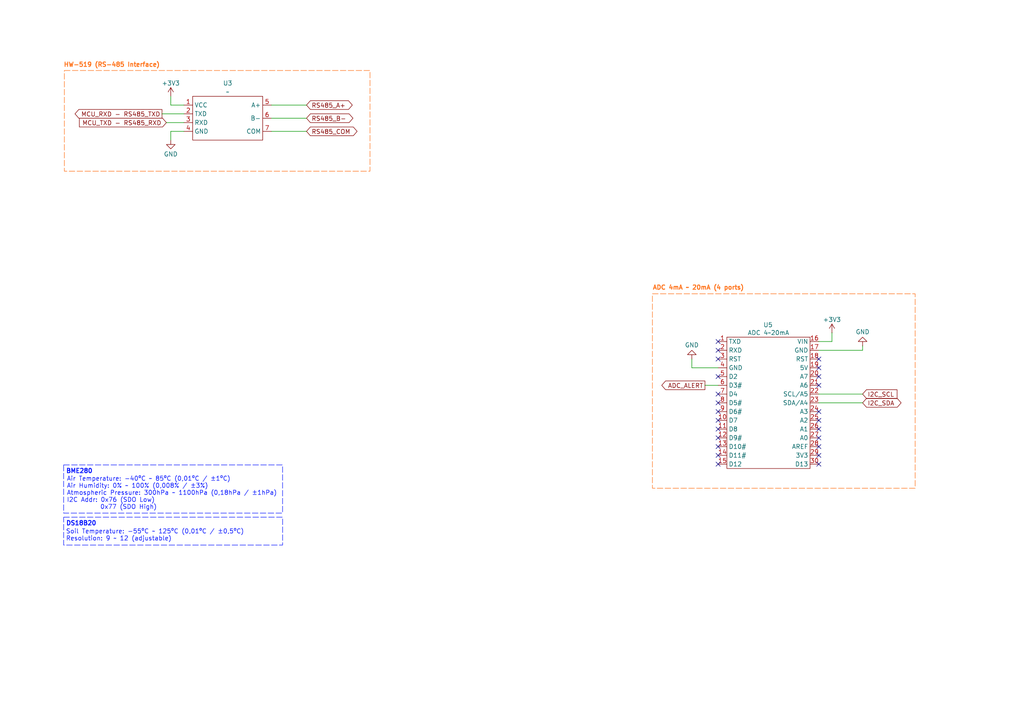
<source format=kicad_sch>
(kicad_sch (version 20231120) (generator "eeschema") (generator_version "8.0")
  (paper "A4")
  (title_block (title "ATL100 (Multiparametric Station) - THT Based") (date "2024-10-25") (rev "v0.1.0-alpha") (company "AgroTechLab (Laboratório de Desenvolvimento de Tecnologias para o Agrongócio)") (comment 1 "IFSC/Lages (Instituto Federal de Santa Catarina)") (comment 2 "Confidential (access prohibited without signing a non-disclosure agreement)") (comment 3 "Author: Robson Costa (robson.costa@ifsc.edu.br)") (comment 4 "Modules"))
  (lib_symbols
    (symbol "AgroTechLab:ADC_4mA_20mA"
      (property "Reference" "U" (at 3.302 3.048 0))
      (symbol "ADC_4mA_20mA_0_1"
        (rectangle (start 2.54 1.27) (end 26.67 -36.83))
      )
      (symbol "ADC_4mA_20mA_1_1"
        (pin output line (at 0 0 0) (length 2.54) (name "TXD") (number "1"))
        (pin bidirectional line (at 0 -22.86 0) (length 2.54) (name "D7") (number "10"))
        (pin bidirectional line (at 0 -25.4 0) (length 2.54) (name "D8") (number "11"))
        (pin bidirectional line (at 0 -27.94 0) (length 2.54) (name "D9#") (number "12"))
        (pin bidirectional line (at 0 -30.48 0) (length 2.54) (name "D10#") (number "13"))
        (pin bidirectional line (at 0 -33.02 0) (length 2.54) (name "D11#") (number "14"))
        (pin bidirectional line (at 0 -35.56 0) (length 2.54) (name "D12") (number "15"))
        (pin power_in line (at 29.21 0 180) (length 2.54) (name "VIN") (number "16"))
        (pin power_in line (at 29.21 -2.54 180) (length 2.54) (name "GND") (number "17"))
        (pin input line (at 29.21 -5.08 180) (length 2.54) (name "RST") (number "18"))
        (pin power_in line (at 29.21 -7.62 180) (length 2.54) (name "5V") (number "19"))
        (pin input line (at 0 -2.54 0) (length 2.54) (name "RXD") (number "2"))
        (pin input line (at 29.21 -10.16 180) (length 2.54) (name "A7") (number "20"))
        (pin input line (at 29.21 -12.7 180) (length 2.54) (name "A6") (number "21"))
        (pin input line (at 29.21 -15.24 180) (length 2.54) (name "SCL/A5") (number "22"))
        (pin input line (at 29.21 -17.78 180) (length 2.54) (name "SDA/A4") (number "23"))
        (pin input line (at 29.21 -20.32 180) (length 2.54) (name "A3") (number "24"))
        (pin input line (at 29.21 -22.86 180) (length 2.54) (name "A2") (number "25"))
        (pin input line (at 29.21 -25.4 180) (length 2.54) (name "A1") (number "26"))
        (pin input line (at 29.21 -27.94 180) (length 2.54) (name "A0") (number "27"))
        (pin input line (at 29.21 -30.48 180) (length 2.54) (name "AREF") (number "28"))
        (pin power_in line (at 29.21 -33.02 180) (length 2.54) (name "3V3") (number "29"))
        (pin input line (at 0 -5.08 0) (length 2.54) (name "RST") (number "3"))
        (pin bidirectional line (at 29.21 -35.56 180) (length 2.54) (name "D13") (number "30"))
        (pin power_in line (at 0 -7.62 0) (length 2.54) (name "GND") (number "4"))
        (pin bidirectional line (at 0 -10.16 0) (length 2.54) (name "D2") (number "5"))
        (pin bidirectional line (at 0 -12.7 0) (length 2.54) (name "D3#") (number "6"))
        (pin bidirectional line (at 0 -15.24 0) (length 2.54) (name "D4") (number "7"))
        (pin bidirectional line (at 0 -17.78 0) (length 2.54) (name "D5#") (number "8"))
        (pin bidirectional line (at 0 -20.32 0) (length 2.54) (name "D6#") (number "9"))
      )
    )
    (symbol "AgroTechLab:RS-485 to TTL Module"
      (property "Reference" "U" (at -9.652 7.366 0))
      (symbol "RS-485 to TTL Module_0_1"
        (rectangle (start -10.16 6.35) (end 10.16 -6.35))
      )
      (symbol "RS-485 to TTL Module_1_1"
        (pin power_in line (at -12.7 3.81 0) (length 2.54) (name "VCC") (number "1"))
        (pin output line (at -12.7 1.27 0) (length 2.54) (name "TXD") (number "2"))
        (pin input line (at -12.7 -1.27 0) (length 2.54) (name "RXD") (number "3"))
        (pin power_in line (at -12.7 -3.81 0) (length 2.54) (name "GND") (number "4"))
        (pin bidirectional line (at 12.7 3.81 180) (length 2.54) (name "A+") (number "5"))
        (pin bidirectional line (at 12.7 0 180) (length 2.54) (name "B-") (number "6"))
        (pin bidirectional line (at 12.7 -3.81 180) (length 2.54) (name "COM") (number "7"))
      )
    )
    (symbol "power:+3V3" (power) (pin_numbers hide) (pin_names (offset 0) hide)
      (property "Value" "+3V3" (at 0 3.556 0))
      (symbol "+3V3_0_1"
        (polyline (pts (xy -0.762 1.27) (xy 0 2.54)))
        (polyline (pts (xy 0 0) (xy 0 2.54)))
        (polyline (pts (xy 0 2.54) (xy 0.762 1.27)))
      )
      (symbol "+3V3_1_1"
        (pin power_in line (at 0 0 90) (length 0) (name "~") (number "1"))
      )
    )
    (symbol "power:GND" (power) (pin_numbers hide) (pin_names (offset 0) hide)
      (property "Value" "GND" (at 0 -3.81 0))
      (symbol "GND_0_1"
        (polyline (pts (xy 0 0) (xy 0 -1.27) (xy 1.27 -1.27) (xy 0 -2.54) (xy -1.27 -1.27) (xy 0 -1.27)))
      )
      (symbol "GND_1_1"
        (pin power_in line (at 0 0 270) (length 0) (name "~") (number "1"))
      )
    )
  )
  (no_connect (at 208.28 127))
  (no_connect (at 237.49 106.68))
  (no_connect (at 208.28 109.22))
  (no_connect (at 208.28 124.46))
  (no_connect (at 208.28 101.6))
  (no_connect (at 237.49 127))
  (no_connect (at 237.49 104.14))
  (no_connect (at 208.28 121.92))
  (no_connect (at 237.49 121.92))
  (no_connect (at 208.28 116.84))
  (no_connect (at 208.28 119.38))
  (no_connect (at 208.28 104.14))
  (no_connect (at 237.49 119.38))
  (no_connect (at 208.28 134.62))
  (no_connect (at 237.49 111.76))
  (no_connect (at 237.49 134.62))
  (no_connect (at 208.28 132.08))
  (no_connect (at 237.49 129.54))
  (no_connect (at 208.28 114.3))
  (no_connect (at 237.49 132.08))
  (no_connect (at 208.28 129.54))
  (no_connect (at 237.49 124.46))
  (no_connect (at 208.28 99.06))
  (no_connect (at 237.49 109.22))
  (wire (pts (xy 237.49 114.3) (xy 250.19 114.3)))
  (wire (pts (xy 48.26 35.56) (xy 53.34 35.56)))
  (wire (pts (xy 250.19 101.6) (xy 250.19 100.33)))
  (wire (pts (xy 208.28 106.68) (xy 200.66 106.68)))
  (wire (pts (xy 200.66 106.68) (xy 200.66 104.14)))
  (wire (pts (xy 49.53 38.1) (xy 49.53 40.64)))
  (wire (pts (xy 204.47 111.76) (xy 208.28 111.76)))
  (wire (pts (xy 241.3 99.06) (xy 241.3 96.52)))
  (wire (pts (xy 237.49 116.84) (xy 250.19 116.84)))
  (wire (pts (xy 237.49 101.6) (xy 250.19 101.6)))
  (wire (pts (xy 49.53 27.94) (xy 49.53 30.48)))
  (wire (pts (xy 78.74 30.48) (xy 88.9 30.48)))
  (wire (pts (xy 49.53 30.48) (xy 53.34 30.48)))
  (wire (pts (xy 46.99 33.02) (xy 53.34 33.02)))
  (wire (pts (xy 78.74 38.1) (xy 88.9 38.1)))
  (wire (pts (xy 78.74 34.29) (xy 88.9 34.29)))
  (wire (pts (xy 237.49 99.06) (xy 241.3 99.06)))
  (wire (pts (xy 53.34 38.1) (xy 49.53 38.1)))
  (rectangle (start 18.669 20.447) (end 107.315 49.657) (stroke (width 0) (type dash) (color 255 114 26 1)))
  (rectangle (start 18.4686 150.001) (end 81.9686 158.0917) (stroke (width 0) (type dash) (color 9 23 255 1)))
  (rectangle (start 18.4574 134.8507) (end 81.9574 148.8207) (stroke (width 0) (type dash) (color 9 23 255 1)))
  (rectangle (start 189.23 85.217) (end 265.43 141.605) (stroke (width 0) (type dash) (color 255 114 26 1)))
  (text "BME280" (at 19.0924 137.5177 0) (effects (font (size 1.27 1.27) (thickness 0.254) (bold yes)) (justify left bottom)))
  (text "ADC 4mA ~ 20mA (4 ports)" (at 189.23 84.328 0) (effects (font (size 1.27 1.27) (thickness 0.254) (bold yes)) (justify left bottom)))
  (text "DS18B20" (at 19.1036 152.668 0) (effects (font (size 1.27 1.27) (thickness 0.254) (bold yes)) (justify left bottom)))
  (text "Air Temperature: -40ºC ~ 85ºC (0,01ºC / ±1ºC)\nAir Humidity: 0% ~ 100% (0,008% / ±3%)\nAtmospheric Pressure: 300hPa ~ 1100hPa (0,18hPa / ±1hPa)\nI2C Addr: 0x76 (SDO Low)\n          0x77 (SDO High)" (at 19.3464 147.9317 0) (effects (font (size 1.27 1.27)) (justify left bottom)))
  (text "Soil Temperature: -55ºC ~ 125ºC (0,01ºC / ±0,5ºC)\nResolution: 9 ~ 12 (adjustable)" (at 19.0924 157.0757 0) (effects (font (size 1.27 1.27)) (justify left bottom)))
  (text "HW-519 (RS-485 Interface)" (at 18.415 19.685 0) (effects (font (size 1.27 1.27) (thickness 0.254) (bold yes)) (justify left bottom)))
  (global_label "RS485_COM" (shape bidirectional) (at 88.9 38.1 0) (property "Intersheetrefs" "${INTERSHEET_REFS}" (effects (hide yes))))
  (global_label "I2C_SDA" (shape bidirectional) (at 250.19 116.84 0) (property "Intersheetrefs" "${INTERSHEET_REFS}" (effects (hide yes))))
  (global_label "MCU_TXD - RS485_RXD" (shape input) (at 48.26 35.56 180) (property "Intersheetrefs" "${INTERSHEET_REFS}" (effects (hide yes))))
  (global_label "ADC_ALERT" (shape output) (at 204.47 111.76 180) (property "Intersheetrefs" "${INTERSHEET_REFS}" (effects (hide yes))))
  (global_label "RS485_A+" (shape bidirectional) (at 88.9 30.48 0) (property "Intersheetrefs" "${INTERSHEET_REFS}" (effects (hide yes))))
  (global_label "RS485_B-" (shape bidirectional) (at 88.9 34.29 0) (property "Intersheetrefs" "${INTERSHEET_REFS}" (effects (hide yes))))
  (global_label "MCU_RXD - RS485_TXD" (shape output) (at 46.99 33.02 180) (property "Intersheetrefs" "${INTERSHEET_REFS}" (effects (hide yes))))
  (global_label "I2C_SCL" (shape input) (at 250.19 114.3 0) (property "Intersheetrefs" "${INTERSHEET_REFS}" (effects (hide yes))))
  (symbol (lib_id "power:GND") (at 49.53 40.64 0) (unit 1)
    (property "Reference" "#PWR026" (effects (hide yes)))
    (property "Value" "GND" (at 49.53 44.704 0))
    (property "Description" "Power symbol creates a global label with name \"GND\" , ground" (effects (hide yes)))
  )
  (symbol (lib_id "power:GND") (at 250.19 100.33 180) (unit 1)
    (property "Reference" "#PWR031" (effects (hide yes)))
    (property "Value" "GND" (at 250.19 96.266 0))
    (property "Description" "Power symbol creates a global label with name \"GND\" , ground" (effects (hide yes)))
  )
  (symbol (lib_id "power:GND") (at 200.66 104.14 180) (unit 1)
    (property "Reference" "#PWR029" (effects (hide yes)))
    (property "Value" "GND" (at 200.66 100.076 0))
    (property "Description" "Power symbol creates a global label with name \"GND\" , ground" (effects (hide yes)))
  )
  (symbol (lib_id "power:+3V3") (at 241.3 96.52 0) (unit 1)
    (property "Reference" "#PWR030" (effects (hide yes)))
    (property "Value" "+3V3" (at 241.3 92.71 0))
    (property "Description" "Power symbol creates a global label with name \"+3V3\"" (effects (hide yes)))
  )
  (symbol (lib_id "AgroTechLab:ADC_4mA_20mA") (at 208.28 99.06 0) (unit 1)
    (property "Reference" "U5" (at 222.758 94.234 0))
    (property "Value" "ADC 4~20mA" (at 222.885 96.52 0))
    (property "Footprint" "AgroTechLab:ADC_4_20_mA_Module" (effects (hide yes)))
    (property "Description" "Module: ADC 4mA ~ 20mA, 4 ports" (effects (hide yes)))
    (property "Manufacturer" "Circuitar" (effects (hide yes)))
    (property "Part Number" "ADC 4~20mA" (effects (hide yes)))
  )
  (symbol (lib_id "AgroTechLab:RS-485 to TTL Module") (at 66.04 34.29 0) (unit 1)
    (property "Reference" "U3" (at 66.04 24.13 0))
    (property "Value" "~" (at 66.04 26.67 0))
    (property "Footprint" "AgroTechLab:HW-519" (effects (hide yes)))
    (property "Description" "Module: RS485 to TTL, 3V3 and 5V compatible" (effects (hide yes)))
    (property "Manufacturer" "OEM" (effects (hide yes)))
    (property "Part Number" "HW-519" (effects (hide yes)))
  )
  (symbol (lib_id "power:+3V3") (at 49.53 27.94 0) (unit 1)
    (property "Reference" "#PWR025" (effects (hide yes)))
    (property "Value" "+3V3" (at 49.53 24.13 0))
    (property "Description" "Power symbol creates a global label with name \"+3V3\"" (effects (hide yes)))
  )
)
</source>
